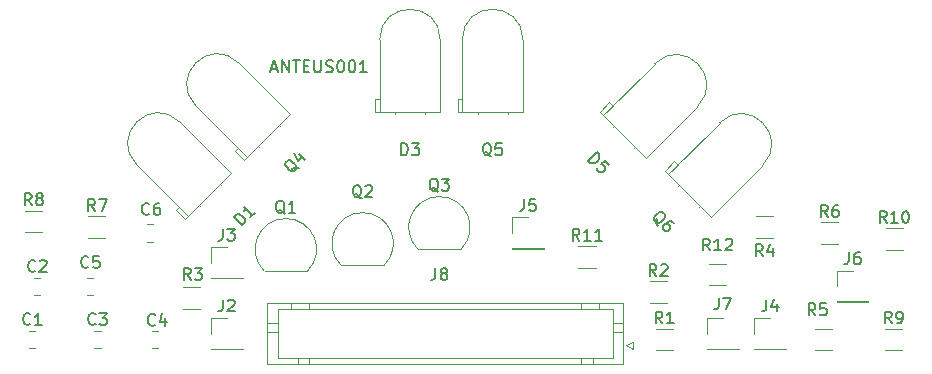
<source format=gbr>
%TF.GenerationSoftware,KiCad,Pcbnew,8.0.1*%
%TF.CreationDate,2024-03-24T18:49:43+02:00*%
%TF.ProjectId,ANTEUS001 MICROMOUSE SENSING,414e5445-5553-4303-9031-204d4943524f,rev?*%
%TF.SameCoordinates,Original*%
%TF.FileFunction,Legend,Top*%
%TF.FilePolarity,Positive*%
%FSLAX46Y46*%
G04 Gerber Fmt 4.6, Leading zero omitted, Abs format (unit mm)*
G04 Created by KiCad (PCBNEW 8.0.1) date 2024-03-24 18:49:43*
%MOMM*%
%LPD*%
G01*
G04 APERTURE LIST*
%ADD10C,0.150000*%
%ADD11C,0.120000*%
G04 APERTURE END LIST*
D10*
X85789160Y-51584104D02*
X86265350Y-51584104D01*
X85693922Y-51869819D02*
X86027255Y-50869819D01*
X86027255Y-50869819D02*
X86360588Y-51869819D01*
X86693922Y-51869819D02*
X86693922Y-50869819D01*
X86693922Y-50869819D02*
X87265350Y-51869819D01*
X87265350Y-51869819D02*
X87265350Y-50869819D01*
X87598684Y-50869819D02*
X88170112Y-50869819D01*
X87884398Y-51869819D02*
X87884398Y-50869819D01*
X88503446Y-51346009D02*
X88836779Y-51346009D01*
X88979636Y-51869819D02*
X88503446Y-51869819D01*
X88503446Y-51869819D02*
X88503446Y-50869819D01*
X88503446Y-50869819D02*
X88979636Y-50869819D01*
X89408208Y-50869819D02*
X89408208Y-51679342D01*
X89408208Y-51679342D02*
X89455827Y-51774580D01*
X89455827Y-51774580D02*
X89503446Y-51822200D01*
X89503446Y-51822200D02*
X89598684Y-51869819D01*
X89598684Y-51869819D02*
X89789160Y-51869819D01*
X89789160Y-51869819D02*
X89884398Y-51822200D01*
X89884398Y-51822200D02*
X89932017Y-51774580D01*
X89932017Y-51774580D02*
X89979636Y-51679342D01*
X89979636Y-51679342D02*
X89979636Y-50869819D01*
X90408208Y-51822200D02*
X90551065Y-51869819D01*
X90551065Y-51869819D02*
X90789160Y-51869819D01*
X90789160Y-51869819D02*
X90884398Y-51822200D01*
X90884398Y-51822200D02*
X90932017Y-51774580D01*
X90932017Y-51774580D02*
X90979636Y-51679342D01*
X90979636Y-51679342D02*
X90979636Y-51584104D01*
X90979636Y-51584104D02*
X90932017Y-51488866D01*
X90932017Y-51488866D02*
X90884398Y-51441247D01*
X90884398Y-51441247D02*
X90789160Y-51393628D01*
X90789160Y-51393628D02*
X90598684Y-51346009D01*
X90598684Y-51346009D02*
X90503446Y-51298390D01*
X90503446Y-51298390D02*
X90455827Y-51250771D01*
X90455827Y-51250771D02*
X90408208Y-51155533D01*
X90408208Y-51155533D02*
X90408208Y-51060295D01*
X90408208Y-51060295D02*
X90455827Y-50965057D01*
X90455827Y-50965057D02*
X90503446Y-50917438D01*
X90503446Y-50917438D02*
X90598684Y-50869819D01*
X90598684Y-50869819D02*
X90836779Y-50869819D01*
X90836779Y-50869819D02*
X90979636Y-50917438D01*
X91598684Y-50869819D02*
X91693922Y-50869819D01*
X91693922Y-50869819D02*
X91789160Y-50917438D01*
X91789160Y-50917438D02*
X91836779Y-50965057D01*
X91836779Y-50965057D02*
X91884398Y-51060295D01*
X91884398Y-51060295D02*
X91932017Y-51250771D01*
X91932017Y-51250771D02*
X91932017Y-51488866D01*
X91932017Y-51488866D02*
X91884398Y-51679342D01*
X91884398Y-51679342D02*
X91836779Y-51774580D01*
X91836779Y-51774580D02*
X91789160Y-51822200D01*
X91789160Y-51822200D02*
X91693922Y-51869819D01*
X91693922Y-51869819D02*
X91598684Y-51869819D01*
X91598684Y-51869819D02*
X91503446Y-51822200D01*
X91503446Y-51822200D02*
X91455827Y-51774580D01*
X91455827Y-51774580D02*
X91408208Y-51679342D01*
X91408208Y-51679342D02*
X91360589Y-51488866D01*
X91360589Y-51488866D02*
X91360589Y-51250771D01*
X91360589Y-51250771D02*
X91408208Y-51060295D01*
X91408208Y-51060295D02*
X91455827Y-50965057D01*
X91455827Y-50965057D02*
X91503446Y-50917438D01*
X91503446Y-50917438D02*
X91598684Y-50869819D01*
X92551065Y-50869819D02*
X92646303Y-50869819D01*
X92646303Y-50869819D02*
X92741541Y-50917438D01*
X92741541Y-50917438D02*
X92789160Y-50965057D01*
X92789160Y-50965057D02*
X92836779Y-51060295D01*
X92836779Y-51060295D02*
X92884398Y-51250771D01*
X92884398Y-51250771D02*
X92884398Y-51488866D01*
X92884398Y-51488866D02*
X92836779Y-51679342D01*
X92836779Y-51679342D02*
X92789160Y-51774580D01*
X92789160Y-51774580D02*
X92741541Y-51822200D01*
X92741541Y-51822200D02*
X92646303Y-51869819D01*
X92646303Y-51869819D02*
X92551065Y-51869819D01*
X92551065Y-51869819D02*
X92455827Y-51822200D01*
X92455827Y-51822200D02*
X92408208Y-51774580D01*
X92408208Y-51774580D02*
X92360589Y-51679342D01*
X92360589Y-51679342D02*
X92312970Y-51488866D01*
X92312970Y-51488866D02*
X92312970Y-51250771D01*
X92312970Y-51250771D02*
X92360589Y-51060295D01*
X92360589Y-51060295D02*
X92408208Y-50965057D01*
X92408208Y-50965057D02*
X92455827Y-50917438D01*
X92455827Y-50917438D02*
X92551065Y-50869819D01*
X93836779Y-51869819D02*
X93265351Y-51869819D01*
X93551065Y-51869819D02*
X93551065Y-50869819D01*
X93551065Y-50869819D02*
X93455827Y-51012676D01*
X93455827Y-51012676D02*
X93360589Y-51107914D01*
X93360589Y-51107914D02*
X93265351Y-51155533D01*
X99666666Y-68454819D02*
X99666666Y-69169104D01*
X99666666Y-69169104D02*
X99619047Y-69311961D01*
X99619047Y-69311961D02*
X99523809Y-69407200D01*
X99523809Y-69407200D02*
X99380952Y-69454819D01*
X99380952Y-69454819D02*
X99285714Y-69454819D01*
X100285714Y-68883390D02*
X100190476Y-68835771D01*
X100190476Y-68835771D02*
X100142857Y-68788152D01*
X100142857Y-68788152D02*
X100095238Y-68692914D01*
X100095238Y-68692914D02*
X100095238Y-68645295D01*
X100095238Y-68645295D02*
X100142857Y-68550057D01*
X100142857Y-68550057D02*
X100190476Y-68502438D01*
X100190476Y-68502438D02*
X100285714Y-68454819D01*
X100285714Y-68454819D02*
X100476190Y-68454819D01*
X100476190Y-68454819D02*
X100571428Y-68502438D01*
X100571428Y-68502438D02*
X100619047Y-68550057D01*
X100619047Y-68550057D02*
X100666666Y-68645295D01*
X100666666Y-68645295D02*
X100666666Y-68692914D01*
X100666666Y-68692914D02*
X100619047Y-68788152D01*
X100619047Y-68788152D02*
X100571428Y-68835771D01*
X100571428Y-68835771D02*
X100476190Y-68883390D01*
X100476190Y-68883390D02*
X100285714Y-68883390D01*
X100285714Y-68883390D02*
X100190476Y-68931009D01*
X100190476Y-68931009D02*
X100142857Y-68978628D01*
X100142857Y-68978628D02*
X100095238Y-69073866D01*
X100095238Y-69073866D02*
X100095238Y-69264342D01*
X100095238Y-69264342D02*
X100142857Y-69359580D01*
X100142857Y-69359580D02*
X100190476Y-69407200D01*
X100190476Y-69407200D02*
X100285714Y-69454819D01*
X100285714Y-69454819D02*
X100476190Y-69454819D01*
X100476190Y-69454819D02*
X100571428Y-69407200D01*
X100571428Y-69407200D02*
X100619047Y-69359580D01*
X100619047Y-69359580D02*
X100666666Y-69264342D01*
X100666666Y-69264342D02*
X100666666Y-69073866D01*
X100666666Y-69073866D02*
X100619047Y-68978628D01*
X100619047Y-68978628D02*
X100571428Y-68931009D01*
X100571428Y-68931009D02*
X100476190Y-68883390D01*
X111857142Y-66134819D02*
X111523809Y-65658628D01*
X111285714Y-66134819D02*
X111285714Y-65134819D01*
X111285714Y-65134819D02*
X111666666Y-65134819D01*
X111666666Y-65134819D02*
X111761904Y-65182438D01*
X111761904Y-65182438D02*
X111809523Y-65230057D01*
X111809523Y-65230057D02*
X111857142Y-65325295D01*
X111857142Y-65325295D02*
X111857142Y-65468152D01*
X111857142Y-65468152D02*
X111809523Y-65563390D01*
X111809523Y-65563390D02*
X111761904Y-65611009D01*
X111761904Y-65611009D02*
X111666666Y-65658628D01*
X111666666Y-65658628D02*
X111285714Y-65658628D01*
X112809523Y-66134819D02*
X112238095Y-66134819D01*
X112523809Y-66134819D02*
X112523809Y-65134819D01*
X112523809Y-65134819D02*
X112428571Y-65277676D01*
X112428571Y-65277676D02*
X112333333Y-65372914D01*
X112333333Y-65372914D02*
X112238095Y-65420533D01*
X113761904Y-66134819D02*
X113190476Y-66134819D01*
X113476190Y-66134819D02*
X113476190Y-65134819D01*
X113476190Y-65134819D02*
X113380952Y-65277676D01*
X113380952Y-65277676D02*
X113285714Y-65372914D01*
X113285714Y-65372914D02*
X113190476Y-65420533D01*
X122894642Y-66954819D02*
X122561309Y-66478628D01*
X122323214Y-66954819D02*
X122323214Y-65954819D01*
X122323214Y-65954819D02*
X122704166Y-65954819D01*
X122704166Y-65954819D02*
X122799404Y-66002438D01*
X122799404Y-66002438D02*
X122847023Y-66050057D01*
X122847023Y-66050057D02*
X122894642Y-66145295D01*
X122894642Y-66145295D02*
X122894642Y-66288152D01*
X122894642Y-66288152D02*
X122847023Y-66383390D01*
X122847023Y-66383390D02*
X122799404Y-66431009D01*
X122799404Y-66431009D02*
X122704166Y-66478628D01*
X122704166Y-66478628D02*
X122323214Y-66478628D01*
X123847023Y-66954819D02*
X123275595Y-66954819D01*
X123561309Y-66954819D02*
X123561309Y-65954819D01*
X123561309Y-65954819D02*
X123466071Y-66097676D01*
X123466071Y-66097676D02*
X123370833Y-66192914D01*
X123370833Y-66192914D02*
X123275595Y-66240533D01*
X124227976Y-66050057D02*
X124275595Y-66002438D01*
X124275595Y-66002438D02*
X124370833Y-65954819D01*
X124370833Y-65954819D02*
X124608928Y-65954819D01*
X124608928Y-65954819D02*
X124704166Y-66002438D01*
X124704166Y-66002438D02*
X124751785Y-66050057D01*
X124751785Y-66050057D02*
X124799404Y-66145295D01*
X124799404Y-66145295D02*
X124799404Y-66240533D01*
X124799404Y-66240533D02*
X124751785Y-66383390D01*
X124751785Y-66383390D02*
X124180357Y-66954819D01*
X124180357Y-66954819D02*
X124799404Y-66954819D01*
X137857142Y-64634819D02*
X137523809Y-64158628D01*
X137285714Y-64634819D02*
X137285714Y-63634819D01*
X137285714Y-63634819D02*
X137666666Y-63634819D01*
X137666666Y-63634819D02*
X137761904Y-63682438D01*
X137761904Y-63682438D02*
X137809523Y-63730057D01*
X137809523Y-63730057D02*
X137857142Y-63825295D01*
X137857142Y-63825295D02*
X137857142Y-63968152D01*
X137857142Y-63968152D02*
X137809523Y-64063390D01*
X137809523Y-64063390D02*
X137761904Y-64111009D01*
X137761904Y-64111009D02*
X137666666Y-64158628D01*
X137666666Y-64158628D02*
X137285714Y-64158628D01*
X138809523Y-64634819D02*
X138238095Y-64634819D01*
X138523809Y-64634819D02*
X138523809Y-63634819D01*
X138523809Y-63634819D02*
X138428571Y-63777676D01*
X138428571Y-63777676D02*
X138333333Y-63872914D01*
X138333333Y-63872914D02*
X138238095Y-63920533D01*
X139428571Y-63634819D02*
X139523809Y-63634819D01*
X139523809Y-63634819D02*
X139619047Y-63682438D01*
X139619047Y-63682438D02*
X139666666Y-63730057D01*
X139666666Y-63730057D02*
X139714285Y-63825295D01*
X139714285Y-63825295D02*
X139761904Y-64015771D01*
X139761904Y-64015771D02*
X139761904Y-64253866D01*
X139761904Y-64253866D02*
X139714285Y-64444342D01*
X139714285Y-64444342D02*
X139666666Y-64539580D01*
X139666666Y-64539580D02*
X139619047Y-64587200D01*
X139619047Y-64587200D02*
X139523809Y-64634819D01*
X139523809Y-64634819D02*
X139428571Y-64634819D01*
X139428571Y-64634819D02*
X139333333Y-64587200D01*
X139333333Y-64587200D02*
X139285714Y-64539580D01*
X139285714Y-64539580D02*
X139238095Y-64444342D01*
X139238095Y-64444342D02*
X139190476Y-64253866D01*
X139190476Y-64253866D02*
X139190476Y-64015771D01*
X139190476Y-64015771D02*
X139238095Y-63825295D01*
X139238095Y-63825295D02*
X139285714Y-63730057D01*
X139285714Y-63730057D02*
X139333333Y-63682438D01*
X139333333Y-63682438D02*
X139428571Y-63634819D01*
X138295833Y-73134819D02*
X137962500Y-72658628D01*
X137724405Y-73134819D02*
X137724405Y-72134819D01*
X137724405Y-72134819D02*
X138105357Y-72134819D01*
X138105357Y-72134819D02*
X138200595Y-72182438D01*
X138200595Y-72182438D02*
X138248214Y-72230057D01*
X138248214Y-72230057D02*
X138295833Y-72325295D01*
X138295833Y-72325295D02*
X138295833Y-72468152D01*
X138295833Y-72468152D02*
X138248214Y-72563390D01*
X138248214Y-72563390D02*
X138200595Y-72611009D01*
X138200595Y-72611009D02*
X138105357Y-72658628D01*
X138105357Y-72658628D02*
X137724405Y-72658628D01*
X138772024Y-73134819D02*
X138962500Y-73134819D01*
X138962500Y-73134819D02*
X139057738Y-73087200D01*
X139057738Y-73087200D02*
X139105357Y-73039580D01*
X139105357Y-73039580D02*
X139200595Y-72896723D01*
X139200595Y-72896723D02*
X139248214Y-72706247D01*
X139248214Y-72706247D02*
X139248214Y-72325295D01*
X139248214Y-72325295D02*
X139200595Y-72230057D01*
X139200595Y-72230057D02*
X139152976Y-72182438D01*
X139152976Y-72182438D02*
X139057738Y-72134819D01*
X139057738Y-72134819D02*
X138867262Y-72134819D01*
X138867262Y-72134819D02*
X138772024Y-72182438D01*
X138772024Y-72182438D02*
X138724405Y-72230057D01*
X138724405Y-72230057D02*
X138676786Y-72325295D01*
X138676786Y-72325295D02*
X138676786Y-72563390D01*
X138676786Y-72563390D02*
X138724405Y-72658628D01*
X138724405Y-72658628D02*
X138772024Y-72706247D01*
X138772024Y-72706247D02*
X138867262Y-72753866D01*
X138867262Y-72753866D02*
X139057738Y-72753866D01*
X139057738Y-72753866D02*
X139152976Y-72706247D01*
X139152976Y-72706247D02*
X139200595Y-72658628D01*
X139200595Y-72658628D02*
X139248214Y-72563390D01*
X65470833Y-63134819D02*
X65137500Y-62658628D01*
X64899405Y-63134819D02*
X64899405Y-62134819D01*
X64899405Y-62134819D02*
X65280357Y-62134819D01*
X65280357Y-62134819D02*
X65375595Y-62182438D01*
X65375595Y-62182438D02*
X65423214Y-62230057D01*
X65423214Y-62230057D02*
X65470833Y-62325295D01*
X65470833Y-62325295D02*
X65470833Y-62468152D01*
X65470833Y-62468152D02*
X65423214Y-62563390D01*
X65423214Y-62563390D02*
X65375595Y-62611009D01*
X65375595Y-62611009D02*
X65280357Y-62658628D01*
X65280357Y-62658628D02*
X64899405Y-62658628D01*
X66042262Y-62563390D02*
X65947024Y-62515771D01*
X65947024Y-62515771D02*
X65899405Y-62468152D01*
X65899405Y-62468152D02*
X65851786Y-62372914D01*
X65851786Y-62372914D02*
X65851786Y-62325295D01*
X65851786Y-62325295D02*
X65899405Y-62230057D01*
X65899405Y-62230057D02*
X65947024Y-62182438D01*
X65947024Y-62182438D02*
X66042262Y-62134819D01*
X66042262Y-62134819D02*
X66232738Y-62134819D01*
X66232738Y-62134819D02*
X66327976Y-62182438D01*
X66327976Y-62182438D02*
X66375595Y-62230057D01*
X66375595Y-62230057D02*
X66423214Y-62325295D01*
X66423214Y-62325295D02*
X66423214Y-62372914D01*
X66423214Y-62372914D02*
X66375595Y-62468152D01*
X66375595Y-62468152D02*
X66327976Y-62515771D01*
X66327976Y-62515771D02*
X66232738Y-62563390D01*
X66232738Y-62563390D02*
X66042262Y-62563390D01*
X66042262Y-62563390D02*
X65947024Y-62611009D01*
X65947024Y-62611009D02*
X65899405Y-62658628D01*
X65899405Y-62658628D02*
X65851786Y-62753866D01*
X65851786Y-62753866D02*
X65851786Y-62944342D01*
X65851786Y-62944342D02*
X65899405Y-63039580D01*
X65899405Y-63039580D02*
X65947024Y-63087200D01*
X65947024Y-63087200D02*
X66042262Y-63134819D01*
X66042262Y-63134819D02*
X66232738Y-63134819D01*
X66232738Y-63134819D02*
X66327976Y-63087200D01*
X66327976Y-63087200D02*
X66375595Y-63039580D01*
X66375595Y-63039580D02*
X66423214Y-62944342D01*
X66423214Y-62944342D02*
X66423214Y-62753866D01*
X66423214Y-62753866D02*
X66375595Y-62658628D01*
X66375595Y-62658628D02*
X66327976Y-62611009D01*
X66327976Y-62611009D02*
X66232738Y-62563390D01*
X70833333Y-63634819D02*
X70500000Y-63158628D01*
X70261905Y-63634819D02*
X70261905Y-62634819D01*
X70261905Y-62634819D02*
X70642857Y-62634819D01*
X70642857Y-62634819D02*
X70738095Y-62682438D01*
X70738095Y-62682438D02*
X70785714Y-62730057D01*
X70785714Y-62730057D02*
X70833333Y-62825295D01*
X70833333Y-62825295D02*
X70833333Y-62968152D01*
X70833333Y-62968152D02*
X70785714Y-63063390D01*
X70785714Y-63063390D02*
X70738095Y-63111009D01*
X70738095Y-63111009D02*
X70642857Y-63158628D01*
X70642857Y-63158628D02*
X70261905Y-63158628D01*
X71166667Y-62634819D02*
X71833333Y-62634819D01*
X71833333Y-62634819D02*
X71404762Y-63634819D01*
X132870833Y-64134819D02*
X132537500Y-63658628D01*
X132299405Y-64134819D02*
X132299405Y-63134819D01*
X132299405Y-63134819D02*
X132680357Y-63134819D01*
X132680357Y-63134819D02*
X132775595Y-63182438D01*
X132775595Y-63182438D02*
X132823214Y-63230057D01*
X132823214Y-63230057D02*
X132870833Y-63325295D01*
X132870833Y-63325295D02*
X132870833Y-63468152D01*
X132870833Y-63468152D02*
X132823214Y-63563390D01*
X132823214Y-63563390D02*
X132775595Y-63611009D01*
X132775595Y-63611009D02*
X132680357Y-63658628D01*
X132680357Y-63658628D02*
X132299405Y-63658628D01*
X133727976Y-63134819D02*
X133537500Y-63134819D01*
X133537500Y-63134819D02*
X133442262Y-63182438D01*
X133442262Y-63182438D02*
X133394643Y-63230057D01*
X133394643Y-63230057D02*
X133299405Y-63372914D01*
X133299405Y-63372914D02*
X133251786Y-63563390D01*
X133251786Y-63563390D02*
X133251786Y-63944342D01*
X133251786Y-63944342D02*
X133299405Y-64039580D01*
X133299405Y-64039580D02*
X133347024Y-64087200D01*
X133347024Y-64087200D02*
X133442262Y-64134819D01*
X133442262Y-64134819D02*
X133632738Y-64134819D01*
X133632738Y-64134819D02*
X133727976Y-64087200D01*
X133727976Y-64087200D02*
X133775595Y-64039580D01*
X133775595Y-64039580D02*
X133823214Y-63944342D01*
X133823214Y-63944342D02*
X133823214Y-63706247D01*
X133823214Y-63706247D02*
X133775595Y-63611009D01*
X133775595Y-63611009D02*
X133727976Y-63563390D01*
X133727976Y-63563390D02*
X133632738Y-63515771D01*
X133632738Y-63515771D02*
X133442262Y-63515771D01*
X133442262Y-63515771D02*
X133347024Y-63563390D01*
X133347024Y-63563390D02*
X133299405Y-63611009D01*
X133299405Y-63611009D02*
X133251786Y-63706247D01*
X131833333Y-72454819D02*
X131500000Y-71978628D01*
X131261905Y-72454819D02*
X131261905Y-71454819D01*
X131261905Y-71454819D02*
X131642857Y-71454819D01*
X131642857Y-71454819D02*
X131738095Y-71502438D01*
X131738095Y-71502438D02*
X131785714Y-71550057D01*
X131785714Y-71550057D02*
X131833333Y-71645295D01*
X131833333Y-71645295D02*
X131833333Y-71788152D01*
X131833333Y-71788152D02*
X131785714Y-71883390D01*
X131785714Y-71883390D02*
X131738095Y-71931009D01*
X131738095Y-71931009D02*
X131642857Y-71978628D01*
X131642857Y-71978628D02*
X131261905Y-71978628D01*
X132738095Y-71454819D02*
X132261905Y-71454819D01*
X132261905Y-71454819D02*
X132214286Y-71931009D01*
X132214286Y-71931009D02*
X132261905Y-71883390D01*
X132261905Y-71883390D02*
X132357143Y-71835771D01*
X132357143Y-71835771D02*
X132595238Y-71835771D01*
X132595238Y-71835771D02*
X132690476Y-71883390D01*
X132690476Y-71883390D02*
X132738095Y-71931009D01*
X132738095Y-71931009D02*
X132785714Y-72026247D01*
X132785714Y-72026247D02*
X132785714Y-72264342D01*
X132785714Y-72264342D02*
X132738095Y-72359580D01*
X132738095Y-72359580D02*
X132690476Y-72407200D01*
X132690476Y-72407200D02*
X132595238Y-72454819D01*
X132595238Y-72454819D02*
X132357143Y-72454819D01*
X132357143Y-72454819D02*
X132261905Y-72407200D01*
X132261905Y-72407200D02*
X132214286Y-72359580D01*
X127370833Y-67454819D02*
X127037500Y-66978628D01*
X126799405Y-67454819D02*
X126799405Y-66454819D01*
X126799405Y-66454819D02*
X127180357Y-66454819D01*
X127180357Y-66454819D02*
X127275595Y-66502438D01*
X127275595Y-66502438D02*
X127323214Y-66550057D01*
X127323214Y-66550057D02*
X127370833Y-66645295D01*
X127370833Y-66645295D02*
X127370833Y-66788152D01*
X127370833Y-66788152D02*
X127323214Y-66883390D01*
X127323214Y-66883390D02*
X127275595Y-66931009D01*
X127275595Y-66931009D02*
X127180357Y-66978628D01*
X127180357Y-66978628D02*
X126799405Y-66978628D01*
X128227976Y-66788152D02*
X128227976Y-67454819D01*
X127989881Y-66407200D02*
X127751786Y-67121485D01*
X127751786Y-67121485D02*
X128370833Y-67121485D01*
X78933335Y-69454819D02*
X78600002Y-68978628D01*
X78361907Y-69454819D02*
X78361907Y-68454819D01*
X78361907Y-68454819D02*
X78742859Y-68454819D01*
X78742859Y-68454819D02*
X78838097Y-68502438D01*
X78838097Y-68502438D02*
X78885716Y-68550057D01*
X78885716Y-68550057D02*
X78933335Y-68645295D01*
X78933335Y-68645295D02*
X78933335Y-68788152D01*
X78933335Y-68788152D02*
X78885716Y-68883390D01*
X78885716Y-68883390D02*
X78838097Y-68931009D01*
X78838097Y-68931009D02*
X78742859Y-68978628D01*
X78742859Y-68978628D02*
X78361907Y-68978628D01*
X79266669Y-68454819D02*
X79885716Y-68454819D01*
X79885716Y-68454819D02*
X79552383Y-68835771D01*
X79552383Y-68835771D02*
X79695240Y-68835771D01*
X79695240Y-68835771D02*
X79790478Y-68883390D01*
X79790478Y-68883390D02*
X79838097Y-68931009D01*
X79838097Y-68931009D02*
X79885716Y-69026247D01*
X79885716Y-69026247D02*
X79885716Y-69264342D01*
X79885716Y-69264342D02*
X79838097Y-69359580D01*
X79838097Y-69359580D02*
X79790478Y-69407200D01*
X79790478Y-69407200D02*
X79695240Y-69454819D01*
X79695240Y-69454819D02*
X79409526Y-69454819D01*
X79409526Y-69454819D02*
X79314288Y-69407200D01*
X79314288Y-69407200D02*
X79266669Y-69359580D01*
X118370833Y-69134819D02*
X118037500Y-68658628D01*
X117799405Y-69134819D02*
X117799405Y-68134819D01*
X117799405Y-68134819D02*
X118180357Y-68134819D01*
X118180357Y-68134819D02*
X118275595Y-68182438D01*
X118275595Y-68182438D02*
X118323214Y-68230057D01*
X118323214Y-68230057D02*
X118370833Y-68325295D01*
X118370833Y-68325295D02*
X118370833Y-68468152D01*
X118370833Y-68468152D02*
X118323214Y-68563390D01*
X118323214Y-68563390D02*
X118275595Y-68611009D01*
X118275595Y-68611009D02*
X118180357Y-68658628D01*
X118180357Y-68658628D02*
X117799405Y-68658628D01*
X118751786Y-68230057D02*
X118799405Y-68182438D01*
X118799405Y-68182438D02*
X118894643Y-68134819D01*
X118894643Y-68134819D02*
X119132738Y-68134819D01*
X119132738Y-68134819D02*
X119227976Y-68182438D01*
X119227976Y-68182438D02*
X119275595Y-68230057D01*
X119275595Y-68230057D02*
X119323214Y-68325295D01*
X119323214Y-68325295D02*
X119323214Y-68420533D01*
X119323214Y-68420533D02*
X119275595Y-68563390D01*
X119275595Y-68563390D02*
X118704167Y-69134819D01*
X118704167Y-69134819D02*
X119323214Y-69134819D01*
X118870833Y-73134819D02*
X118537500Y-72658628D01*
X118299405Y-73134819D02*
X118299405Y-72134819D01*
X118299405Y-72134819D02*
X118680357Y-72134819D01*
X118680357Y-72134819D02*
X118775595Y-72182438D01*
X118775595Y-72182438D02*
X118823214Y-72230057D01*
X118823214Y-72230057D02*
X118870833Y-72325295D01*
X118870833Y-72325295D02*
X118870833Y-72468152D01*
X118870833Y-72468152D02*
X118823214Y-72563390D01*
X118823214Y-72563390D02*
X118775595Y-72611009D01*
X118775595Y-72611009D02*
X118680357Y-72658628D01*
X118680357Y-72658628D02*
X118299405Y-72658628D01*
X119823214Y-73134819D02*
X119251786Y-73134819D01*
X119537500Y-73134819D02*
X119537500Y-72134819D01*
X119537500Y-72134819D02*
X119442262Y-72277676D01*
X119442262Y-72277676D02*
X119347024Y-72372914D01*
X119347024Y-72372914D02*
X119251786Y-72420533D01*
X118497052Y-64875409D02*
X118463380Y-64774394D01*
X118463380Y-64774394D02*
X118463380Y-64639707D01*
X118463380Y-64639707D02*
X118463380Y-64437676D01*
X118463380Y-64437676D02*
X118429708Y-64336661D01*
X118429708Y-64336661D02*
X118362365Y-64269318D01*
X118227678Y-64471348D02*
X118194006Y-64370333D01*
X118194006Y-64370333D02*
X118194006Y-64235646D01*
X118194006Y-64235646D02*
X118295021Y-64067287D01*
X118295021Y-64067287D02*
X118530724Y-63831585D01*
X118530724Y-63831585D02*
X118699082Y-63730570D01*
X118699082Y-63730570D02*
X118833769Y-63730570D01*
X118833769Y-63730570D02*
X118934785Y-63764241D01*
X118934785Y-63764241D02*
X119069472Y-63898928D01*
X119069472Y-63898928D02*
X119103143Y-63999944D01*
X119103143Y-63999944D02*
X119103143Y-64134631D01*
X119103143Y-64134631D02*
X119002128Y-64302989D01*
X119002128Y-64302989D02*
X118766426Y-64538692D01*
X118766426Y-64538692D02*
X118598067Y-64639707D01*
X118598067Y-64639707D02*
X118463380Y-64639707D01*
X118463380Y-64639707D02*
X118362365Y-64606035D01*
X118362365Y-64606035D02*
X118227678Y-64471348D01*
X119843922Y-64673379D02*
X119709235Y-64538692D01*
X119709235Y-64538692D02*
X119608220Y-64505020D01*
X119608220Y-64505020D02*
X119540876Y-64505020D01*
X119540876Y-64505020D02*
X119372517Y-64538692D01*
X119372517Y-64538692D02*
X119204159Y-64639707D01*
X119204159Y-64639707D02*
X118934785Y-64909081D01*
X118934785Y-64909081D02*
X118901113Y-65010096D01*
X118901113Y-65010096D02*
X118901113Y-65077440D01*
X118901113Y-65077440D02*
X118934785Y-65178455D01*
X118934785Y-65178455D02*
X119069472Y-65313142D01*
X119069472Y-65313142D02*
X119170487Y-65346814D01*
X119170487Y-65346814D02*
X119237830Y-65346814D01*
X119237830Y-65346814D02*
X119338846Y-65313142D01*
X119338846Y-65313142D02*
X119507204Y-65144783D01*
X119507204Y-65144783D02*
X119540876Y-65043768D01*
X119540876Y-65043768D02*
X119540876Y-64976424D01*
X119540876Y-64976424D02*
X119507204Y-64875409D01*
X119507204Y-64875409D02*
X119372517Y-64740722D01*
X119372517Y-64740722D02*
X119271502Y-64707050D01*
X119271502Y-64707050D02*
X119204159Y-64707050D01*
X119204159Y-64707050D02*
X119103143Y-64740722D01*
X104409761Y-58985057D02*
X104314523Y-58937438D01*
X104314523Y-58937438D02*
X104219285Y-58842200D01*
X104219285Y-58842200D02*
X104076428Y-58699342D01*
X104076428Y-58699342D02*
X103981190Y-58651723D01*
X103981190Y-58651723D02*
X103885952Y-58651723D01*
X103933571Y-58889819D02*
X103838333Y-58842200D01*
X103838333Y-58842200D02*
X103743095Y-58746961D01*
X103743095Y-58746961D02*
X103695476Y-58556485D01*
X103695476Y-58556485D02*
X103695476Y-58223152D01*
X103695476Y-58223152D02*
X103743095Y-58032676D01*
X103743095Y-58032676D02*
X103838333Y-57937438D01*
X103838333Y-57937438D02*
X103933571Y-57889819D01*
X103933571Y-57889819D02*
X104124047Y-57889819D01*
X104124047Y-57889819D02*
X104219285Y-57937438D01*
X104219285Y-57937438D02*
X104314523Y-58032676D01*
X104314523Y-58032676D02*
X104362142Y-58223152D01*
X104362142Y-58223152D02*
X104362142Y-58556485D01*
X104362142Y-58556485D02*
X104314523Y-58746961D01*
X104314523Y-58746961D02*
X104219285Y-58842200D01*
X104219285Y-58842200D02*
X104124047Y-58889819D01*
X104124047Y-58889819D02*
X103933571Y-58889819D01*
X105266904Y-57889819D02*
X104790714Y-57889819D01*
X104790714Y-57889819D02*
X104743095Y-58366009D01*
X104743095Y-58366009D02*
X104790714Y-58318390D01*
X104790714Y-58318390D02*
X104885952Y-58270771D01*
X104885952Y-58270771D02*
X105124047Y-58270771D01*
X105124047Y-58270771D02*
X105219285Y-58318390D01*
X105219285Y-58318390D02*
X105266904Y-58366009D01*
X105266904Y-58366009D02*
X105314523Y-58461247D01*
X105314523Y-58461247D02*
X105314523Y-58699342D01*
X105314523Y-58699342D02*
X105266904Y-58794580D01*
X105266904Y-58794580D02*
X105219285Y-58842200D01*
X105219285Y-58842200D02*
X105124047Y-58889819D01*
X105124047Y-58889819D02*
X104885952Y-58889819D01*
X104885952Y-58889819D02*
X104790714Y-58842200D01*
X104790714Y-58842200D02*
X104743095Y-58794580D01*
X88105609Y-59944147D02*
X88004594Y-59977819D01*
X88004594Y-59977819D02*
X87869907Y-59977819D01*
X87869907Y-59977819D02*
X87667876Y-59977819D01*
X87667876Y-59977819D02*
X87566861Y-60011491D01*
X87566861Y-60011491D02*
X87499518Y-60078834D01*
X87701548Y-60213521D02*
X87600533Y-60247193D01*
X87600533Y-60247193D02*
X87465846Y-60247193D01*
X87465846Y-60247193D02*
X87297487Y-60146178D01*
X87297487Y-60146178D02*
X87061785Y-59910475D01*
X87061785Y-59910475D02*
X86960770Y-59742117D01*
X86960770Y-59742117D02*
X86960770Y-59607430D01*
X86960770Y-59607430D02*
X86994441Y-59506414D01*
X86994441Y-59506414D02*
X87129128Y-59371727D01*
X87129128Y-59371727D02*
X87230144Y-59338056D01*
X87230144Y-59338056D02*
X87364831Y-59338056D01*
X87364831Y-59338056D02*
X87533189Y-59439071D01*
X87533189Y-59439071D02*
X87768892Y-59674773D01*
X87768892Y-59674773D02*
X87869907Y-59843132D01*
X87869907Y-59843132D02*
X87869907Y-59977819D01*
X87869907Y-59977819D02*
X87836235Y-60078834D01*
X87836235Y-60078834D02*
X87701548Y-60213521D01*
X88139281Y-58832979D02*
X88610685Y-59304384D01*
X87701548Y-58731964D02*
X88038266Y-59405399D01*
X88038266Y-59405399D02*
X88475998Y-58967666D01*
X99904761Y-61990057D02*
X99809523Y-61942438D01*
X99809523Y-61942438D02*
X99714285Y-61847200D01*
X99714285Y-61847200D02*
X99571428Y-61704342D01*
X99571428Y-61704342D02*
X99476190Y-61656723D01*
X99476190Y-61656723D02*
X99380952Y-61656723D01*
X99428571Y-61894819D02*
X99333333Y-61847200D01*
X99333333Y-61847200D02*
X99238095Y-61751961D01*
X99238095Y-61751961D02*
X99190476Y-61561485D01*
X99190476Y-61561485D02*
X99190476Y-61228152D01*
X99190476Y-61228152D02*
X99238095Y-61037676D01*
X99238095Y-61037676D02*
X99333333Y-60942438D01*
X99333333Y-60942438D02*
X99428571Y-60894819D01*
X99428571Y-60894819D02*
X99619047Y-60894819D01*
X99619047Y-60894819D02*
X99714285Y-60942438D01*
X99714285Y-60942438D02*
X99809523Y-61037676D01*
X99809523Y-61037676D02*
X99857142Y-61228152D01*
X99857142Y-61228152D02*
X99857142Y-61561485D01*
X99857142Y-61561485D02*
X99809523Y-61751961D01*
X99809523Y-61751961D02*
X99714285Y-61847200D01*
X99714285Y-61847200D02*
X99619047Y-61894819D01*
X99619047Y-61894819D02*
X99428571Y-61894819D01*
X100190476Y-60894819D02*
X100809523Y-60894819D01*
X100809523Y-60894819D02*
X100476190Y-61275771D01*
X100476190Y-61275771D02*
X100619047Y-61275771D01*
X100619047Y-61275771D02*
X100714285Y-61323390D01*
X100714285Y-61323390D02*
X100761904Y-61371009D01*
X100761904Y-61371009D02*
X100809523Y-61466247D01*
X100809523Y-61466247D02*
X100809523Y-61704342D01*
X100809523Y-61704342D02*
X100761904Y-61799580D01*
X100761904Y-61799580D02*
X100714285Y-61847200D01*
X100714285Y-61847200D02*
X100619047Y-61894819D01*
X100619047Y-61894819D02*
X100333333Y-61894819D01*
X100333333Y-61894819D02*
X100238095Y-61847200D01*
X100238095Y-61847200D02*
X100190476Y-61799580D01*
X93404761Y-62550057D02*
X93309523Y-62502438D01*
X93309523Y-62502438D02*
X93214285Y-62407200D01*
X93214285Y-62407200D02*
X93071428Y-62264342D01*
X93071428Y-62264342D02*
X92976190Y-62216723D01*
X92976190Y-62216723D02*
X92880952Y-62216723D01*
X92928571Y-62454819D02*
X92833333Y-62407200D01*
X92833333Y-62407200D02*
X92738095Y-62311961D01*
X92738095Y-62311961D02*
X92690476Y-62121485D01*
X92690476Y-62121485D02*
X92690476Y-61788152D01*
X92690476Y-61788152D02*
X92738095Y-61597676D01*
X92738095Y-61597676D02*
X92833333Y-61502438D01*
X92833333Y-61502438D02*
X92928571Y-61454819D01*
X92928571Y-61454819D02*
X93119047Y-61454819D01*
X93119047Y-61454819D02*
X93214285Y-61502438D01*
X93214285Y-61502438D02*
X93309523Y-61597676D01*
X93309523Y-61597676D02*
X93357142Y-61788152D01*
X93357142Y-61788152D02*
X93357142Y-62121485D01*
X93357142Y-62121485D02*
X93309523Y-62311961D01*
X93309523Y-62311961D02*
X93214285Y-62407200D01*
X93214285Y-62407200D02*
X93119047Y-62454819D01*
X93119047Y-62454819D02*
X92928571Y-62454819D01*
X93738095Y-61550057D02*
X93785714Y-61502438D01*
X93785714Y-61502438D02*
X93880952Y-61454819D01*
X93880952Y-61454819D02*
X94119047Y-61454819D01*
X94119047Y-61454819D02*
X94214285Y-61502438D01*
X94214285Y-61502438D02*
X94261904Y-61550057D01*
X94261904Y-61550057D02*
X94309523Y-61645295D01*
X94309523Y-61645295D02*
X94309523Y-61740533D01*
X94309523Y-61740533D02*
X94261904Y-61883390D01*
X94261904Y-61883390D02*
X93690476Y-62454819D01*
X93690476Y-62454819D02*
X94309523Y-62454819D01*
X86904761Y-63850057D02*
X86809523Y-63802438D01*
X86809523Y-63802438D02*
X86714285Y-63707200D01*
X86714285Y-63707200D02*
X86571428Y-63564342D01*
X86571428Y-63564342D02*
X86476190Y-63516723D01*
X86476190Y-63516723D02*
X86380952Y-63516723D01*
X86428571Y-63754819D02*
X86333333Y-63707200D01*
X86333333Y-63707200D02*
X86238095Y-63611961D01*
X86238095Y-63611961D02*
X86190476Y-63421485D01*
X86190476Y-63421485D02*
X86190476Y-63088152D01*
X86190476Y-63088152D02*
X86238095Y-62897676D01*
X86238095Y-62897676D02*
X86333333Y-62802438D01*
X86333333Y-62802438D02*
X86428571Y-62754819D01*
X86428571Y-62754819D02*
X86619047Y-62754819D01*
X86619047Y-62754819D02*
X86714285Y-62802438D01*
X86714285Y-62802438D02*
X86809523Y-62897676D01*
X86809523Y-62897676D02*
X86857142Y-63088152D01*
X86857142Y-63088152D02*
X86857142Y-63421485D01*
X86857142Y-63421485D02*
X86809523Y-63611961D01*
X86809523Y-63611961D02*
X86714285Y-63707200D01*
X86714285Y-63707200D02*
X86619047Y-63754819D01*
X86619047Y-63754819D02*
X86428571Y-63754819D01*
X87809523Y-63754819D02*
X87238095Y-63754819D01*
X87523809Y-63754819D02*
X87523809Y-62754819D01*
X87523809Y-62754819D02*
X87428571Y-62897676D01*
X87428571Y-62897676D02*
X87333333Y-62992914D01*
X87333333Y-62992914D02*
X87238095Y-63040533D01*
X123666666Y-70954819D02*
X123666666Y-71669104D01*
X123666666Y-71669104D02*
X123619047Y-71811961D01*
X123619047Y-71811961D02*
X123523809Y-71907200D01*
X123523809Y-71907200D02*
X123380952Y-71954819D01*
X123380952Y-71954819D02*
X123285714Y-71954819D01*
X124047619Y-70954819D02*
X124714285Y-70954819D01*
X124714285Y-70954819D02*
X124285714Y-71954819D01*
X134666666Y-67124819D02*
X134666666Y-67839104D01*
X134666666Y-67839104D02*
X134619047Y-67981961D01*
X134619047Y-67981961D02*
X134523809Y-68077200D01*
X134523809Y-68077200D02*
X134380952Y-68124819D01*
X134380952Y-68124819D02*
X134285714Y-68124819D01*
X135571428Y-67124819D02*
X135380952Y-67124819D01*
X135380952Y-67124819D02*
X135285714Y-67172438D01*
X135285714Y-67172438D02*
X135238095Y-67220057D01*
X135238095Y-67220057D02*
X135142857Y-67362914D01*
X135142857Y-67362914D02*
X135095238Y-67553390D01*
X135095238Y-67553390D02*
X135095238Y-67934342D01*
X135095238Y-67934342D02*
X135142857Y-68029580D01*
X135142857Y-68029580D02*
X135190476Y-68077200D01*
X135190476Y-68077200D02*
X135285714Y-68124819D01*
X135285714Y-68124819D02*
X135476190Y-68124819D01*
X135476190Y-68124819D02*
X135571428Y-68077200D01*
X135571428Y-68077200D02*
X135619047Y-68029580D01*
X135619047Y-68029580D02*
X135666666Y-67934342D01*
X135666666Y-67934342D02*
X135666666Y-67696247D01*
X135666666Y-67696247D02*
X135619047Y-67601009D01*
X135619047Y-67601009D02*
X135571428Y-67553390D01*
X135571428Y-67553390D02*
X135476190Y-67505771D01*
X135476190Y-67505771D02*
X135285714Y-67505771D01*
X135285714Y-67505771D02*
X135190476Y-67553390D01*
X135190476Y-67553390D02*
X135142857Y-67601009D01*
X135142857Y-67601009D02*
X135095238Y-67696247D01*
X107166666Y-62624819D02*
X107166666Y-63339104D01*
X107166666Y-63339104D02*
X107119047Y-63481961D01*
X107119047Y-63481961D02*
X107023809Y-63577200D01*
X107023809Y-63577200D02*
X106880952Y-63624819D01*
X106880952Y-63624819D02*
X106785714Y-63624819D01*
X108119047Y-62624819D02*
X107642857Y-62624819D01*
X107642857Y-62624819D02*
X107595238Y-63101009D01*
X107595238Y-63101009D02*
X107642857Y-63053390D01*
X107642857Y-63053390D02*
X107738095Y-63005771D01*
X107738095Y-63005771D02*
X107976190Y-63005771D01*
X107976190Y-63005771D02*
X108071428Y-63053390D01*
X108071428Y-63053390D02*
X108119047Y-63101009D01*
X108119047Y-63101009D02*
X108166666Y-63196247D01*
X108166666Y-63196247D02*
X108166666Y-63434342D01*
X108166666Y-63434342D02*
X108119047Y-63529580D01*
X108119047Y-63529580D02*
X108071428Y-63577200D01*
X108071428Y-63577200D02*
X107976190Y-63624819D01*
X107976190Y-63624819D02*
X107738095Y-63624819D01*
X107738095Y-63624819D02*
X107642857Y-63577200D01*
X107642857Y-63577200D02*
X107595238Y-63529580D01*
X127666666Y-71124819D02*
X127666666Y-71839104D01*
X127666666Y-71839104D02*
X127619047Y-71981961D01*
X127619047Y-71981961D02*
X127523809Y-72077200D01*
X127523809Y-72077200D02*
X127380952Y-72124819D01*
X127380952Y-72124819D02*
X127285714Y-72124819D01*
X128571428Y-71458152D02*
X128571428Y-72124819D01*
X128333333Y-71077200D02*
X128095238Y-71791485D01*
X128095238Y-71791485D02*
X128714285Y-71791485D01*
X81666666Y-65124819D02*
X81666666Y-65839104D01*
X81666666Y-65839104D02*
X81619047Y-65981961D01*
X81619047Y-65981961D02*
X81523809Y-66077200D01*
X81523809Y-66077200D02*
X81380952Y-66124819D01*
X81380952Y-66124819D02*
X81285714Y-66124819D01*
X82047619Y-65124819D02*
X82666666Y-65124819D01*
X82666666Y-65124819D02*
X82333333Y-65505771D01*
X82333333Y-65505771D02*
X82476190Y-65505771D01*
X82476190Y-65505771D02*
X82571428Y-65553390D01*
X82571428Y-65553390D02*
X82619047Y-65601009D01*
X82619047Y-65601009D02*
X82666666Y-65696247D01*
X82666666Y-65696247D02*
X82666666Y-65934342D01*
X82666666Y-65934342D02*
X82619047Y-66029580D01*
X82619047Y-66029580D02*
X82571428Y-66077200D01*
X82571428Y-66077200D02*
X82476190Y-66124819D01*
X82476190Y-66124819D02*
X82190476Y-66124819D01*
X82190476Y-66124819D02*
X82095238Y-66077200D01*
X82095238Y-66077200D02*
X82047619Y-66029580D01*
X81666666Y-71124819D02*
X81666666Y-71839104D01*
X81666666Y-71839104D02*
X81619047Y-71981961D01*
X81619047Y-71981961D02*
X81523809Y-72077200D01*
X81523809Y-72077200D02*
X81380952Y-72124819D01*
X81380952Y-72124819D02*
X81285714Y-72124819D01*
X82095238Y-71220057D02*
X82142857Y-71172438D01*
X82142857Y-71172438D02*
X82238095Y-71124819D01*
X82238095Y-71124819D02*
X82476190Y-71124819D01*
X82476190Y-71124819D02*
X82571428Y-71172438D01*
X82571428Y-71172438D02*
X82619047Y-71220057D01*
X82619047Y-71220057D02*
X82666666Y-71315295D01*
X82666666Y-71315295D02*
X82666666Y-71410533D01*
X82666666Y-71410533D02*
X82619047Y-71553390D01*
X82619047Y-71553390D02*
X82047619Y-72124819D01*
X82047619Y-72124819D02*
X82666666Y-72124819D01*
X112609827Y-59353497D02*
X113316934Y-58646391D01*
X113316934Y-58646391D02*
X113485293Y-58814749D01*
X113485293Y-58814749D02*
X113552636Y-58949436D01*
X113552636Y-58949436D02*
X113552636Y-59084123D01*
X113552636Y-59084123D02*
X113518964Y-59185139D01*
X113518964Y-59185139D02*
X113417949Y-59353497D01*
X113417949Y-59353497D02*
X113316934Y-59454513D01*
X113316934Y-59454513D02*
X113148575Y-59555528D01*
X113148575Y-59555528D02*
X113047560Y-59589200D01*
X113047560Y-59589200D02*
X112912873Y-59589200D01*
X112912873Y-59589200D02*
X112778186Y-59521856D01*
X112778186Y-59521856D02*
X112609827Y-59353497D01*
X114360758Y-59690215D02*
X114024041Y-59353497D01*
X114024041Y-59353497D02*
X113653651Y-59656543D01*
X113653651Y-59656543D02*
X113720995Y-59656543D01*
X113720995Y-59656543D02*
X113822010Y-59690215D01*
X113822010Y-59690215D02*
X113990369Y-59858574D01*
X113990369Y-59858574D02*
X114024041Y-59959589D01*
X114024041Y-59959589D02*
X114024041Y-60026932D01*
X114024041Y-60026932D02*
X113990369Y-60127948D01*
X113990369Y-60127948D02*
X113822010Y-60296306D01*
X113822010Y-60296306D02*
X113720995Y-60329978D01*
X113720995Y-60329978D02*
X113653651Y-60329978D01*
X113653651Y-60329978D02*
X113552636Y-60296306D01*
X113552636Y-60296306D02*
X113384277Y-60127948D01*
X113384277Y-60127948D02*
X113350606Y-60026932D01*
X113350606Y-60026932D02*
X113350606Y-59959589D01*
X96766905Y-58889819D02*
X96766905Y-57889819D01*
X96766905Y-57889819D02*
X97005000Y-57889819D01*
X97005000Y-57889819D02*
X97147857Y-57937438D01*
X97147857Y-57937438D02*
X97243095Y-58032676D01*
X97243095Y-58032676D02*
X97290714Y-58127914D01*
X97290714Y-58127914D02*
X97338333Y-58318390D01*
X97338333Y-58318390D02*
X97338333Y-58461247D01*
X97338333Y-58461247D02*
X97290714Y-58651723D01*
X97290714Y-58651723D02*
X97243095Y-58746961D01*
X97243095Y-58746961D02*
X97147857Y-58842200D01*
X97147857Y-58842200D02*
X97005000Y-58889819D01*
X97005000Y-58889819D02*
X96766905Y-58889819D01*
X97671667Y-57889819D02*
X98290714Y-57889819D01*
X98290714Y-57889819D02*
X97957381Y-58270771D01*
X97957381Y-58270771D02*
X98100238Y-58270771D01*
X98100238Y-58270771D02*
X98195476Y-58318390D01*
X98195476Y-58318390D02*
X98243095Y-58366009D01*
X98243095Y-58366009D02*
X98290714Y-58461247D01*
X98290714Y-58461247D02*
X98290714Y-58699342D01*
X98290714Y-58699342D02*
X98243095Y-58794580D01*
X98243095Y-58794580D02*
X98195476Y-58842200D01*
X98195476Y-58842200D02*
X98100238Y-58889819D01*
X98100238Y-58889819D02*
X97814524Y-58889819D01*
X97814524Y-58889819D02*
X97719286Y-58842200D01*
X97719286Y-58842200D02*
X97671667Y-58794580D01*
X83299742Y-64843468D02*
X82592636Y-64136361D01*
X82592636Y-64136361D02*
X82760994Y-63968002D01*
X82760994Y-63968002D02*
X82895681Y-63900659D01*
X82895681Y-63900659D02*
X83030368Y-63900659D01*
X83030368Y-63900659D02*
X83131384Y-63934331D01*
X83131384Y-63934331D02*
X83299742Y-64035346D01*
X83299742Y-64035346D02*
X83400758Y-64136361D01*
X83400758Y-64136361D02*
X83501773Y-64304720D01*
X83501773Y-64304720D02*
X83535445Y-64405735D01*
X83535445Y-64405735D02*
X83535445Y-64540422D01*
X83535445Y-64540422D02*
X83468101Y-64675109D01*
X83468101Y-64675109D02*
X83299742Y-64843468D01*
X84377238Y-63765972D02*
X83973177Y-64170033D01*
X84175208Y-63968002D02*
X83468101Y-63260896D01*
X83468101Y-63260896D02*
X83501773Y-63429254D01*
X83501773Y-63429254D02*
X83501773Y-63563941D01*
X83501773Y-63563941D02*
X83468101Y-63664957D01*
X75433335Y-63859580D02*
X75385716Y-63907200D01*
X75385716Y-63907200D02*
X75242859Y-63954819D01*
X75242859Y-63954819D02*
X75147621Y-63954819D01*
X75147621Y-63954819D02*
X75004764Y-63907200D01*
X75004764Y-63907200D02*
X74909526Y-63811961D01*
X74909526Y-63811961D02*
X74861907Y-63716723D01*
X74861907Y-63716723D02*
X74814288Y-63526247D01*
X74814288Y-63526247D02*
X74814288Y-63383390D01*
X74814288Y-63383390D02*
X74861907Y-63192914D01*
X74861907Y-63192914D02*
X74909526Y-63097676D01*
X74909526Y-63097676D02*
X75004764Y-63002438D01*
X75004764Y-63002438D02*
X75147621Y-62954819D01*
X75147621Y-62954819D02*
X75242859Y-62954819D01*
X75242859Y-62954819D02*
X75385716Y-63002438D01*
X75385716Y-63002438D02*
X75433335Y-63050057D01*
X76290478Y-62954819D02*
X76100002Y-62954819D01*
X76100002Y-62954819D02*
X76004764Y-63002438D01*
X76004764Y-63002438D02*
X75957145Y-63050057D01*
X75957145Y-63050057D02*
X75861907Y-63192914D01*
X75861907Y-63192914D02*
X75814288Y-63383390D01*
X75814288Y-63383390D02*
X75814288Y-63764342D01*
X75814288Y-63764342D02*
X75861907Y-63859580D01*
X75861907Y-63859580D02*
X75909526Y-63907200D01*
X75909526Y-63907200D02*
X76004764Y-63954819D01*
X76004764Y-63954819D02*
X76195240Y-63954819D01*
X76195240Y-63954819D02*
X76290478Y-63907200D01*
X76290478Y-63907200D02*
X76338097Y-63859580D01*
X76338097Y-63859580D02*
X76385716Y-63764342D01*
X76385716Y-63764342D02*
X76385716Y-63526247D01*
X76385716Y-63526247D02*
X76338097Y-63431009D01*
X76338097Y-63431009D02*
X76290478Y-63383390D01*
X76290478Y-63383390D02*
X76195240Y-63335771D01*
X76195240Y-63335771D02*
X76004764Y-63335771D01*
X76004764Y-63335771D02*
X75909526Y-63383390D01*
X75909526Y-63383390D02*
X75861907Y-63431009D01*
X75861907Y-63431009D02*
X75814288Y-63526247D01*
X70283333Y-68359580D02*
X70235714Y-68407200D01*
X70235714Y-68407200D02*
X70092857Y-68454819D01*
X70092857Y-68454819D02*
X69997619Y-68454819D01*
X69997619Y-68454819D02*
X69854762Y-68407200D01*
X69854762Y-68407200D02*
X69759524Y-68311961D01*
X69759524Y-68311961D02*
X69711905Y-68216723D01*
X69711905Y-68216723D02*
X69664286Y-68026247D01*
X69664286Y-68026247D02*
X69664286Y-67883390D01*
X69664286Y-67883390D02*
X69711905Y-67692914D01*
X69711905Y-67692914D02*
X69759524Y-67597676D01*
X69759524Y-67597676D02*
X69854762Y-67502438D01*
X69854762Y-67502438D02*
X69997619Y-67454819D01*
X69997619Y-67454819D02*
X70092857Y-67454819D01*
X70092857Y-67454819D02*
X70235714Y-67502438D01*
X70235714Y-67502438D02*
X70283333Y-67550057D01*
X71188095Y-67454819D02*
X70711905Y-67454819D01*
X70711905Y-67454819D02*
X70664286Y-67931009D01*
X70664286Y-67931009D02*
X70711905Y-67883390D01*
X70711905Y-67883390D02*
X70807143Y-67835771D01*
X70807143Y-67835771D02*
X71045238Y-67835771D01*
X71045238Y-67835771D02*
X71140476Y-67883390D01*
X71140476Y-67883390D02*
X71188095Y-67931009D01*
X71188095Y-67931009D02*
X71235714Y-68026247D01*
X71235714Y-68026247D02*
X71235714Y-68264342D01*
X71235714Y-68264342D02*
X71188095Y-68359580D01*
X71188095Y-68359580D02*
X71140476Y-68407200D01*
X71140476Y-68407200D02*
X71045238Y-68454819D01*
X71045238Y-68454819D02*
X70807143Y-68454819D01*
X70807143Y-68454819D02*
X70711905Y-68407200D01*
X70711905Y-68407200D02*
X70664286Y-68359580D01*
X75933365Y-73239580D02*
X75885746Y-73287200D01*
X75885746Y-73287200D02*
X75742889Y-73334819D01*
X75742889Y-73334819D02*
X75647651Y-73334819D01*
X75647651Y-73334819D02*
X75504794Y-73287200D01*
X75504794Y-73287200D02*
X75409556Y-73191961D01*
X75409556Y-73191961D02*
X75361937Y-73096723D01*
X75361937Y-73096723D02*
X75314318Y-72906247D01*
X75314318Y-72906247D02*
X75314318Y-72763390D01*
X75314318Y-72763390D02*
X75361937Y-72572914D01*
X75361937Y-72572914D02*
X75409556Y-72477676D01*
X75409556Y-72477676D02*
X75504794Y-72382438D01*
X75504794Y-72382438D02*
X75647651Y-72334819D01*
X75647651Y-72334819D02*
X75742889Y-72334819D01*
X75742889Y-72334819D02*
X75885746Y-72382438D01*
X75885746Y-72382438D02*
X75933365Y-72430057D01*
X76790508Y-72668152D02*
X76790508Y-73334819D01*
X76552413Y-72287200D02*
X76314318Y-73001485D01*
X76314318Y-73001485D02*
X76933365Y-73001485D01*
X70883333Y-73179580D02*
X70835714Y-73227200D01*
X70835714Y-73227200D02*
X70692857Y-73274819D01*
X70692857Y-73274819D02*
X70597619Y-73274819D01*
X70597619Y-73274819D02*
X70454762Y-73227200D01*
X70454762Y-73227200D02*
X70359524Y-73131961D01*
X70359524Y-73131961D02*
X70311905Y-73036723D01*
X70311905Y-73036723D02*
X70264286Y-72846247D01*
X70264286Y-72846247D02*
X70264286Y-72703390D01*
X70264286Y-72703390D02*
X70311905Y-72512914D01*
X70311905Y-72512914D02*
X70359524Y-72417676D01*
X70359524Y-72417676D02*
X70454762Y-72322438D01*
X70454762Y-72322438D02*
X70597619Y-72274819D01*
X70597619Y-72274819D02*
X70692857Y-72274819D01*
X70692857Y-72274819D02*
X70835714Y-72322438D01*
X70835714Y-72322438D02*
X70883333Y-72370057D01*
X71216667Y-72274819D02*
X71835714Y-72274819D01*
X71835714Y-72274819D02*
X71502381Y-72655771D01*
X71502381Y-72655771D02*
X71645238Y-72655771D01*
X71645238Y-72655771D02*
X71740476Y-72703390D01*
X71740476Y-72703390D02*
X71788095Y-72751009D01*
X71788095Y-72751009D02*
X71835714Y-72846247D01*
X71835714Y-72846247D02*
X71835714Y-73084342D01*
X71835714Y-73084342D02*
X71788095Y-73179580D01*
X71788095Y-73179580D02*
X71740476Y-73227200D01*
X71740476Y-73227200D02*
X71645238Y-73274819D01*
X71645238Y-73274819D02*
X71359524Y-73274819D01*
X71359524Y-73274819D02*
X71264286Y-73227200D01*
X71264286Y-73227200D02*
X71216667Y-73179580D01*
X65783333Y-68679580D02*
X65735714Y-68727200D01*
X65735714Y-68727200D02*
X65592857Y-68774819D01*
X65592857Y-68774819D02*
X65497619Y-68774819D01*
X65497619Y-68774819D02*
X65354762Y-68727200D01*
X65354762Y-68727200D02*
X65259524Y-68631961D01*
X65259524Y-68631961D02*
X65211905Y-68536723D01*
X65211905Y-68536723D02*
X65164286Y-68346247D01*
X65164286Y-68346247D02*
X65164286Y-68203390D01*
X65164286Y-68203390D02*
X65211905Y-68012914D01*
X65211905Y-68012914D02*
X65259524Y-67917676D01*
X65259524Y-67917676D02*
X65354762Y-67822438D01*
X65354762Y-67822438D02*
X65497619Y-67774819D01*
X65497619Y-67774819D02*
X65592857Y-67774819D01*
X65592857Y-67774819D02*
X65735714Y-67822438D01*
X65735714Y-67822438D02*
X65783333Y-67870057D01*
X66164286Y-67870057D02*
X66211905Y-67822438D01*
X66211905Y-67822438D02*
X66307143Y-67774819D01*
X66307143Y-67774819D02*
X66545238Y-67774819D01*
X66545238Y-67774819D02*
X66640476Y-67822438D01*
X66640476Y-67822438D02*
X66688095Y-67870057D01*
X66688095Y-67870057D02*
X66735714Y-67965295D01*
X66735714Y-67965295D02*
X66735714Y-68060533D01*
X66735714Y-68060533D02*
X66688095Y-68203390D01*
X66688095Y-68203390D02*
X66116667Y-68774819D01*
X66116667Y-68774819D02*
X66735714Y-68774819D01*
X65370833Y-73179580D02*
X65323214Y-73227200D01*
X65323214Y-73227200D02*
X65180357Y-73274819D01*
X65180357Y-73274819D02*
X65085119Y-73274819D01*
X65085119Y-73274819D02*
X64942262Y-73227200D01*
X64942262Y-73227200D02*
X64847024Y-73131961D01*
X64847024Y-73131961D02*
X64799405Y-73036723D01*
X64799405Y-73036723D02*
X64751786Y-72846247D01*
X64751786Y-72846247D02*
X64751786Y-72703390D01*
X64751786Y-72703390D02*
X64799405Y-72512914D01*
X64799405Y-72512914D02*
X64847024Y-72417676D01*
X64847024Y-72417676D02*
X64942262Y-72322438D01*
X64942262Y-72322438D02*
X65085119Y-72274819D01*
X65085119Y-72274819D02*
X65180357Y-72274819D01*
X65180357Y-72274819D02*
X65323214Y-72322438D01*
X65323214Y-72322438D02*
X65370833Y-72370057D01*
X66323214Y-73274819D02*
X65751786Y-73274819D01*
X66037500Y-73274819D02*
X66037500Y-72274819D01*
X66037500Y-72274819D02*
X65942262Y-72417676D01*
X65942262Y-72417676D02*
X65847024Y-72512914D01*
X65847024Y-72512914D02*
X65751786Y-72560533D01*
D11*
%TO.C,J8*%
X85440000Y-71390000D02*
X85440000Y-76610000D01*
X85440000Y-73100000D02*
X86300000Y-73100001D01*
X85440000Y-73900000D02*
X86300000Y-73900000D01*
X85440000Y-76610000D02*
X115560000Y-76610000D01*
X86300001Y-71900000D02*
X86300000Y-76100000D01*
X86300000Y-76100000D02*
X114700001Y-76100000D01*
X87470000Y-71390000D02*
X87470000Y-71899999D01*
X88030000Y-76610000D02*
X88030000Y-76100000D01*
X88970000Y-71390000D02*
X88970000Y-71900000D01*
X88970000Y-76610000D02*
X88970000Y-76100000D01*
X112030001Y-71390000D02*
X112030000Y-71900000D01*
X112030000Y-76610000D02*
X112030000Y-76099999D01*
X112969999Y-76610000D02*
X112970000Y-76100000D01*
X113530000Y-71390000D02*
X113530000Y-71900000D01*
X114700000Y-71900000D02*
X86300001Y-71900000D01*
X114700001Y-76100000D02*
X114700000Y-71900000D01*
X115559999Y-71390000D02*
X85440000Y-71390000D01*
X115560000Y-73100000D02*
X114700000Y-73100000D01*
X115560000Y-73900001D02*
X114700001Y-73900000D01*
X115560000Y-76610000D02*
X115559999Y-71390000D01*
X115760000Y-75000000D02*
X116359999Y-74700000D01*
X116359999Y-74700000D02*
X116359999Y-75300000D01*
X116359999Y-75300000D02*
X115760000Y-75000000D01*
%TO.C,R11*%
X111772936Y-68410000D02*
X113227064Y-68410000D01*
X111772936Y-66590000D02*
X113227064Y-66590000D01*
%TO.C,R12*%
X124264564Y-69910000D02*
X122810436Y-69910000D01*
X124264564Y-68090000D02*
X122810436Y-68090000D01*
%TO.C,R10*%
X137772936Y-66910000D02*
X139227064Y-66910000D01*
X137772936Y-65090000D02*
X139227064Y-65090000D01*
%TO.C,R9*%
X137735436Y-75410000D02*
X139189564Y-75410000D01*
X137735436Y-73590000D02*
X139189564Y-73590000D01*
%TO.C,R8*%
X64910436Y-65410000D02*
X66364564Y-65410000D01*
X64910436Y-63590000D02*
X66364564Y-63590000D01*
%TO.C,R7*%
X70272936Y-65910000D02*
X71727064Y-65910000D01*
X70272936Y-64090000D02*
X71727064Y-64090000D01*
%TO.C,R6*%
X132310436Y-66410000D02*
X133764564Y-66410000D01*
X132310436Y-64590000D02*
X133764564Y-64590000D01*
%TO.C,R5*%
X131772936Y-73590000D02*
X133227064Y-73590000D01*
X131772936Y-75410000D02*
X133227064Y-75410000D01*
%TO.C,R4*%
X126810436Y-65910000D02*
X128264564Y-65910000D01*
X126810436Y-64090000D02*
X128264564Y-64090000D01*
%TO.C,R3*%
X79727064Y-71910000D02*
X78272936Y-71910000D01*
X79727064Y-70090000D02*
X78272936Y-70090000D01*
%TO.C,R2*%
X117810436Y-71410000D02*
X119264564Y-71410000D01*
X117810436Y-69590000D02*
X119264564Y-69590000D01*
%TO.C,R1*%
X118310436Y-73590000D02*
X119764564Y-73590000D01*
X118310436Y-75410000D02*
X119764564Y-75410000D01*
%TO.C,Q6*%
X123005067Y-64122469D02*
X127360845Y-59766691D01*
X123005067Y-64122469D02*
X119384680Y-60502082D01*
X122000975Y-63302225D02*
X122000975Y-63302225D01*
X122000975Y-63302225D02*
X122092899Y-63210301D01*
X122092899Y-63210301D02*
X122000975Y-63302225D01*
X122092899Y-63210301D02*
X122092899Y-63210301D01*
X120204924Y-61506173D02*
X120204924Y-61506173D01*
X120204924Y-61506173D02*
X120296848Y-61414250D01*
X120296848Y-61414250D02*
X120204924Y-61506173D01*
X120296848Y-61414250D02*
X120296848Y-61414250D01*
X119384680Y-60502082D02*
X123740458Y-56146304D01*
X119384680Y-60502082D02*
X119101838Y-60219239D01*
X120176640Y-59710122D02*
X119384680Y-60502082D01*
X119101838Y-60219239D02*
X119893797Y-59427280D01*
X119893797Y-59427280D02*
X120176640Y-59710122D01*
X123740458Y-56146304D02*
G75*
G02*
X127360844Y-59766690I1810193J-1810193D01*
G01*
%TO.C,Q5*%
X101945000Y-49105000D02*
G75*
G02*
X107064998Y-49105000I2559999J0D01*
G01*
X101545000Y-54145000D02*
X101945000Y-54145000D01*
X101545000Y-55265000D02*
X101545000Y-54145000D01*
X101945000Y-54145000D02*
X101945000Y-55265000D01*
X101945000Y-55265000D02*
X101545000Y-55265000D01*
X101945000Y-55265000D02*
X101945000Y-49105000D01*
X103235000Y-55265000D02*
X103235000Y-55265000D01*
X103235000Y-55265000D02*
X103235000Y-55395000D01*
X103235000Y-55395000D02*
X103235000Y-55265000D01*
X103235000Y-55395000D02*
X103235000Y-55395000D01*
X105775000Y-55265000D02*
X105775000Y-55265000D01*
X105775000Y-55265000D02*
X105775000Y-55395000D01*
X105775000Y-55395000D02*
X105775000Y-55265000D01*
X105775000Y-55395000D02*
X105775000Y-55395000D01*
X107065000Y-55265000D02*
X101945000Y-55265000D01*
X107065000Y-55265000D02*
X107065000Y-49105000D01*
%TO.C,Q4*%
X79376504Y-54700742D02*
G75*
G02*
X82996890Y-51080356I1810193J1810193D01*
G01*
X82657480Y-58547403D02*
X82940322Y-58264560D01*
X83449439Y-59339362D02*
X82657480Y-58547403D01*
X82940322Y-58264560D02*
X83732282Y-59056520D01*
X83732282Y-59056520D02*
X83449439Y-59339362D01*
X83732282Y-59056520D02*
X79376504Y-54700742D01*
X84644450Y-58144352D02*
X84644450Y-58144352D01*
X84644450Y-58144352D02*
X84736373Y-58236276D01*
X84736373Y-58236276D02*
X84644450Y-58144352D01*
X84736373Y-58236276D02*
X84736373Y-58236276D01*
X86440501Y-56348301D02*
X86440501Y-56348301D01*
X86440501Y-56348301D02*
X86532425Y-56440225D01*
X86532425Y-56440225D02*
X86440501Y-56348301D01*
X86532425Y-56440225D02*
X86532425Y-56440225D01*
X87352669Y-55436133D02*
X83732282Y-59056520D01*
X87352669Y-55436133D02*
X82996891Y-51080355D01*
%TO.C,Q3*%
X100000000Y-62400000D02*
G75*
G02*
X101838478Y-66838478I0J-2600000D01*
G01*
X98161522Y-66838478D02*
G75*
G02*
X100000000Y-62400000I1838478J1838478D01*
G01*
X98200000Y-66850000D02*
X101800000Y-66850000D01*
%TO.C,Q2*%
X93500000Y-63760000D02*
G75*
G02*
X95338478Y-68198478I0J-2600000D01*
G01*
X91661522Y-68198478D02*
G75*
G02*
X93500000Y-63760000I1838478J1838478D01*
G01*
X91700000Y-68210000D02*
X95300000Y-68210000D01*
%TO.C,Q1*%
X87000000Y-64260000D02*
G75*
G02*
X88838478Y-68698478I0J-2600000D01*
G01*
X85161522Y-68698478D02*
G75*
G02*
X87000000Y-64260000I1838478J1838478D01*
G01*
X85200000Y-68710000D02*
X88800000Y-68710000D01*
%TO.C,J7*%
X122670000Y-72670000D02*
X124000000Y-72670000D01*
X122670000Y-74000000D02*
X122670000Y-72670000D01*
X122670000Y-75270000D02*
X122670000Y-75330000D01*
X122670000Y-75270000D02*
X125330000Y-75270000D01*
X122670000Y-75330000D02*
X125330000Y-75330000D01*
X125330000Y-75270000D02*
X125330000Y-75330000D01*
%TO.C,J6*%
X133670000Y-68670000D02*
X135000000Y-68670000D01*
X133670000Y-70000000D02*
X133670000Y-68670000D01*
X133670000Y-71270000D02*
X133670000Y-71330000D01*
X133670000Y-71270000D02*
X136330000Y-71270000D01*
X133670000Y-71330000D02*
X136330000Y-71330000D01*
X136330000Y-71270000D02*
X136330000Y-71330000D01*
%TO.C,J5*%
X106170000Y-64170000D02*
X107500000Y-64170000D01*
X106170000Y-65500000D02*
X106170000Y-64170000D01*
X106170000Y-66770000D02*
X106170000Y-66830000D01*
X106170000Y-66770000D02*
X108830000Y-66770000D01*
X106170000Y-66830000D02*
X108830000Y-66830000D01*
X108830000Y-66770000D02*
X108830000Y-66830000D01*
%TO.C,J4*%
X126670000Y-72670000D02*
X128000000Y-72670000D01*
X126670000Y-74000000D02*
X126670000Y-72670000D01*
X126670000Y-75270000D02*
X126670000Y-75330000D01*
X126670000Y-75270000D02*
X129330000Y-75270000D01*
X126670000Y-75330000D02*
X129330000Y-75330000D01*
X129330000Y-75270000D02*
X129330000Y-75330000D01*
%TO.C,J3*%
X83330000Y-69270000D02*
X83330000Y-69330000D01*
X80670000Y-69330000D02*
X83330000Y-69330000D01*
X80670000Y-69270000D02*
X83330000Y-69270000D01*
X80670000Y-69270000D02*
X80670000Y-69330000D01*
X80670000Y-68000000D02*
X80670000Y-66670000D01*
X80670000Y-66670000D02*
X82000000Y-66670000D01*
%TO.C,J2*%
X80670000Y-72670000D02*
X82000000Y-72670000D01*
X80670000Y-74000000D02*
X80670000Y-72670000D01*
X80670000Y-75270000D02*
X80670000Y-75330000D01*
X80670000Y-75270000D02*
X83330000Y-75270000D01*
X80670000Y-75330000D02*
X83330000Y-75330000D01*
X83330000Y-75270000D02*
X83330000Y-75330000D01*
%TO.C,D5*%
X117505067Y-59122469D02*
X121860845Y-54766691D01*
X117505067Y-59122469D02*
X113884680Y-55502082D01*
X116500975Y-58302225D02*
X116500975Y-58302225D01*
X116500975Y-58302225D02*
X116592899Y-58210301D01*
X116592899Y-58210301D02*
X116500975Y-58302225D01*
X116592899Y-58210301D02*
X116592899Y-58210301D01*
X114704924Y-56506173D02*
X114704924Y-56506173D01*
X114704924Y-56506173D02*
X114796848Y-56414250D01*
X114796848Y-56414250D02*
X114704924Y-56506173D01*
X114796848Y-56414250D02*
X114796848Y-56414250D01*
X113884680Y-55502082D02*
X118240458Y-51146304D01*
X113884680Y-55502082D02*
X113601838Y-55219239D01*
X114676640Y-54710122D02*
X113884680Y-55502082D01*
X113601838Y-55219239D02*
X114393797Y-54427280D01*
X114393797Y-54427280D02*
X114676640Y-54710122D01*
X118240458Y-51146304D02*
G75*
G02*
X121860844Y-54766690I1810193J-1810193D01*
G01*
%TO.C,D3*%
X94945000Y-49105000D02*
G75*
G02*
X100064998Y-49105000I2559999J0D01*
G01*
X94545000Y-54145000D02*
X94945000Y-54145000D01*
X94545000Y-55265000D02*
X94545000Y-54145000D01*
X94945000Y-54145000D02*
X94945000Y-55265000D01*
X94945000Y-55265000D02*
X94545000Y-55265000D01*
X94945000Y-55265000D02*
X94945000Y-49105000D01*
X96235000Y-55265000D02*
X96235000Y-55265000D01*
X96235000Y-55265000D02*
X96235000Y-55395000D01*
X96235000Y-55395000D02*
X96235000Y-55265000D01*
X96235000Y-55395000D02*
X96235000Y-55395000D01*
X98775000Y-55265000D02*
X98775000Y-55265000D01*
X98775000Y-55265000D02*
X98775000Y-55395000D01*
X98775000Y-55395000D02*
X98775000Y-55265000D01*
X98775000Y-55395000D02*
X98775000Y-55395000D01*
X100065000Y-55265000D02*
X94945000Y-55265000D01*
X100065000Y-55265000D02*
X100065000Y-49105000D01*
%TO.C,D1*%
X74376504Y-59700742D02*
G75*
G02*
X77996890Y-56080356I1810193J1810193D01*
G01*
X77657480Y-63547403D02*
X77940322Y-63264560D01*
X78449439Y-64339362D02*
X77657480Y-63547403D01*
X77940322Y-63264560D02*
X78732282Y-64056520D01*
X78732282Y-64056520D02*
X78449439Y-64339362D01*
X78732282Y-64056520D02*
X74376504Y-59700742D01*
X79644450Y-63144352D02*
X79644450Y-63144352D01*
X79644450Y-63144352D02*
X79736373Y-63236276D01*
X79736373Y-63236276D02*
X79644450Y-63144352D01*
X79736373Y-63236276D02*
X79736373Y-63236276D01*
X81440501Y-61348301D02*
X81440501Y-61348301D01*
X81440501Y-61348301D02*
X81532425Y-61440225D01*
X81532425Y-61440225D02*
X81440501Y-61348301D01*
X81532425Y-61440225D02*
X81532425Y-61440225D01*
X82352669Y-60436133D02*
X78732282Y-64056520D01*
X82352669Y-60436133D02*
X77996891Y-56080355D01*
%TO.C,C6*%
X75761253Y-64765000D02*
X75238747Y-64765000D01*
X75761253Y-66235000D02*
X75238747Y-66235000D01*
%TO.C,C5*%
X70711253Y-70735000D02*
X70188747Y-70735000D01*
X70711253Y-69265000D02*
X70188747Y-69265000D01*
%TO.C,C4*%
X76197953Y-73765000D02*
X75675447Y-73765000D01*
X76197953Y-75235000D02*
X75675447Y-75235000D01*
%TO.C,C3*%
X70788748Y-75235000D02*
X71311252Y-75235000D01*
X70788748Y-73765000D02*
X71311252Y-73765000D01*
%TO.C,C2*%
X65688748Y-69265000D02*
X66211252Y-69265000D01*
X65688748Y-70735000D02*
X66211252Y-70735000D01*
%TO.C,C1*%
X65276248Y-75235000D02*
X65798752Y-75235000D01*
X65276248Y-73765000D02*
X65798752Y-73765000D01*
%TD*%
M02*

</source>
